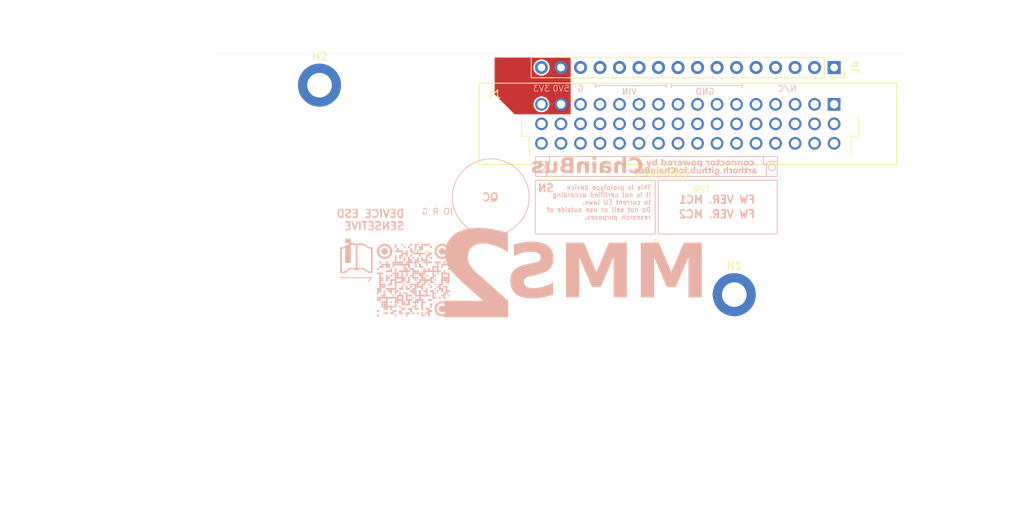
<source format=kicad_pcb>
(kicad_pcb (version 20241229) (generator "pcbnew") (generator_version "9.0")
  (layers (0 "F.Cu" signal) (4 "In1.Cu" signal) (6 "In2.Cu" signal) (2 "B.Cu" signal) (13 "F.Paste" user) (15 "B.Paste" user) (5 "F.SilkS" user "F.Silkscreen") (7 "B.SilkS" user "B.Silkscreen") (1 "F.Mask" user) (3 "B.Mask" user) (25 "Edge.Cuts" user))
  (property "SHEETTOTAL" "5")
  (net 0 "")
  (net 1 "GND")
  (net 2 "+3V3")
  (net 3 "+5V")
  (net 4 "/Interboard_connector/Altmode6")
  (net 5 "/Interboard_connector/Altmode3")
  (net 6 "/Interboard_connector/Altmode16")
  (net 7 "/Interboard_connector/Altmode14")
  (net 8 "/Interboard_connector/Altmode12")
  (net 9 "/Interboard_connector/Altmode10")
  (net 10 "/Interboard_connector/Altmode7")
  (net 11 "/Interboard_connector/Altmode2")
  (net 12 "/Interboard_connector/Altmode4")
  (net 13 "/Interboard_connector/Altmode13")
  (net 14 "/Interboard_connector/Altmode11")
  (net 15 "/Interboard_connector/Altmode8")
  (net 16 "/Interboard_connector/Altmode9")
  (net 17 "/Interboard_connector/Altmode1")
  (net 18 "/Interboard_connector/Altmode5")
  (net 19 "/Interboard_connector/Altmode15")
  (net 21 "BRD_VIN")
  (net 22 "/Interboard_connector/Chainbus.RX")
  (net 23 "/Interboard_connector/Chainbus.TX")
  (net 24 "/Interboard_connector/Chainbus.SCL")
  (net 25 "/Interboard_connector/Chainbus.SDA")
  (net 26 "/Interboard_connector/Chainbus_I2C_addr1")
  (net 27 "/Interboard_connector/Chainbus.MOSI")
  (net 28 "/Interboard_connector/Chainbus_UART_addr2")
  (net 29 "/Interboard_connector/Chainbus.MISO")
  (net 30 "/Interboard_connector/Chainbus_SPI_CS2")
  (net 31 "/Interboard_connector/Chainbus_UART_addr1")
  (net 32 "/Interboard_connector/Chainbus_SPI_CS1")
  (net 33 "/Interboard_connector/Chainbus_SPI_CS0")
  (net 34 "/Interboard_connector/Chainbus.SCK")
  (net 35 "/Interboard_connector/Chainbus_I2C_addr0")
  (net 36 "/Interboard_connector/Chainbus_I2C_addr2")
  (net 37 "/Interboard_connector/Chainbus_UART_addr0")
  (footprint "MountingHole:MountingHole_3.2mm_M3_DIN965_Pad" (layer "F.Cu") (at 148 119.4)
    (property "Reference" "H1" (at 0 -3.75 0) (layer "F.SilkS"))
    (property "Value" "M3 mount")
    (pad "1" thru_hole circle (at 0 0) (size 5.6 5.6) (drill 3.2) (layers "*.Cu" "*.Mask") (net 1 "GND") (clearance 0.5))
  )
  (footprint "MountingHole:MountingHole_3.2mm_M3_DIN965_Pad" (layer "F.Cu") (at 94 92.1)
    (property "Reference" "H2" (at 0 -3.75 0) (layer "F.SilkS"))
    (property "Value" "M3 mount")
    (pad "1" thru_hole circle (at 0 0) (size 5.6 5.6) (drill 3.2) (layers "*.Cu" "*.Mask"))
  )
  (footprint "Library:AMPHENOL_86093488324755V1LF" (layer "F.Cu") (at 141.95 97.14)
    (property "Reference" "J1" (at -25.15 -3.86 0) (layer "F.SilkS"))
    (property "Value" "86093488324755V1LF")
    (pad "" np_thru_hole circle (at -25 -0.3) (size 2.9 2.9) (drill 2.9) (layers "*.Cu" "*.Mask"))
    (pad "" np_thru_hole circle (at 25 -0.3) (size 2.9 2.9) (drill 2.9) (layers "*.Cu" "*.Mask"))
    (pad "A1" thru_hole rect (at 19.05 -2.54) (size 1.65 1.65) (drill 1.1) (layers "*.Cu" "*.Mask"))
    (pad "A2" thru_hole circle (at 16.51 -2.54) (size 1.65 1.65) (drill 1.1) (layers "*.Cu" "*.Mask"))
    (pad "A3" thru_hole circle (at 13.97 -2.54) (size 1.65 1.65) (drill 1.1) (layers "*.Cu" "*.Mask"))
    (pad "A4" thru_hole circle (at 11.43 -2.54) (size 1.65 1.65) (drill 1.1) (layers "*.Cu" "*.Mask"))
    (pad "A5" thru_hole circle (at 8.89 -2.54) (size 1.65 1.65) (drill 1.1) (layers "*.Cu" "*.Mask"))
    (pad "A6" thru_hole circle (at 6.35 -2.54) (size 1.65 1.65) (drill 1.1) (layers "*.Cu" "*.Mask") (net 1 "GND"))
    (pad "A7" thru_hole circle (at 3.81 -2.54) (size 1.65 1.65) (drill 1.1) (layers "*.Cu" "*.Mask") (net 1 "GND"))
    (pad "A8" thru_hole circle (at 1.27 -2.54) (size 1.65 1.65) (drill 1.1) (layers "*.Cu" "*.Mask") (net 1 "GND"))
    (pad "A9" thru_hole circle (at -1.27 -2.54) (size 1.65 1.65) (drill 1.1) (layers "*.Cu" "*.Mask") (net 1 "GND"))
    (pad "A10" thru_hole circle (at -3.81 -2.54) (size 1.65 1.65) (drill 1.1) (layers "*.Cu" "*.Mask") (net 21 "BRD_VIN"))
    (pad "A11" thru_hole circle (at -6.35 -2.54) (size 1.65 1.65) (drill 1.1) (layers "*.Cu" "*.Mask") (net 21 "BRD_VIN"))
    (pad "A12" thru_hole circle (at -8.89 -2.54) (size 1.65 1.65) (drill 1.1) (layers "*.Cu" "*.Mask") (net 21 "BRD_VIN"))
    (pad "A13" thru_hole circle (at -11.43 -2.54) (size 1.65 1.65) (drill 1.1) (layers "*.Cu" "*.Mask") (net 21 "BRD_VIN"))
    (pad "A14" thru_hole circle (at -13.97 -2.54) (size 1.65 1.65) (drill 1.1) (layers "*.Cu" "*.Mask") (net 1 "GND"))
    (pad "A15" thru_hole circle (at -16.51 -2.54) (size 1.65 1.65) (drill 1.1) (layers "*.Cu" "*.Mask") (net 3 "+5V"))
    (pad "A16" thru_hole circle (at -19.05 -2.54) (size 1.65 1.65) (drill 1.1) (layers "*.Cu" "*.Mask") (net 2 "+3V3"))
    (pad "B1" thru_hole circle (at 19.05 0) (size 1.65 1.65) (drill 1.1) (layers "*.Cu" "*.Mask") (net 22 "/Interboard_connector/Chainbus.RX"))
    (pad "B2" thru_hole circle (at 16.51 0) (size 1.65 1.65) (drill 1.1) (layers "*.Cu" "*.Mask") (net 23 "/Interboard_connector/Chainbus.TX"))
    (pad "B3" thru_hole circle (at 13.97 0) (size 1.65 1.65) (drill 1.1) (layers "*.Cu" "*.Mask") (net 37 "/Interboard_connector/Chainbus_UART_addr0"))
    (pad "B4" thru_hole circle (at 11.43 0) (size 1.65 1.65) (drill 1.1) (layers "*.Cu" "*.Mask") (net 31 "/Interboard_connector/Chainbus_UART_addr1"))
    (pad "B5" thru_hole circle (at 8.89 0) (size 1.65 1.65) (drill 1.1) (layers "*.Cu" "*.Mask") (net 28 "/Interboard_connector/Chainbus_UART_addr2"))
    (pad "B6" thru_hole circle (at 6.35 0) (size 1.65 1.65) (drill 1.1) (layers "*.Cu" "*.Mask") (net 29 "/Interboard_connector/Chainbus.MISO"))
    (pad "B7" thru_hole circle (at 3.81 0) (size 1.65 1.65) (drill 1.1) (layers "*.Cu" "*.Mask") (net 27 "/Interboard_connector/Chainbus.MOSI"))
    (pad "B8" thru_hole circle (at 1.27 0) (size 1.65 1.65) (drill 1.1) (layers "*.Cu" "*.Mask") (net 34 "/Interboard_connector/Chainbus.SCK"))
    (pad "B9" thru_hole circle (at -1.27 0) (size 1.65 1.65) (drill 1.1) (layers "*.Cu" "*.Mask") (net 35 "/Interboard_connector/Chainbus_I2C_addr0"))
    (pad "B10" thru_hole circle (at -3.81 0) (size 1.65 1.65) (drill 1.1) (layers "*.Cu" "*.Mask") (net 26 "/Interboard_connector/Chainbus_I2C_addr1"))
    (pad "B11" thru_hole circle (at -6.35 0) (size 1.65 1.65) (drill 1.1) (layers "*.Cu" "*.Mask") (net 36 "/Interboard_connector/Chainbus_I2C_addr2"))
    (pad "B12" thru_hole circle (at -8.89 0) (size 1.65 1.65) (drill 1.1) (layers "*.Cu" "*.Mask") (net 33 "/Interboard_connector/Chainbus_SPI_CS0"))
    (pad "B13" thru_hole circle (at -11.43 0) (size 1.65 1.65) (drill 1.1) (layers "*.Cu" "*.Mask") (net 32 "/Interboard_connector/Chainbus_SPI_CS1"))
    (pad "B14" thru_hole circle (at -13.97 0) (size 1.65 1.65) (drill 1.1) (layers "*.Cu" "*.Mask") (net 30 "/Interboard_connector/Chainbus_SPI_CS2"))
    (pad "B15" thru_hole circle (at -16.51 0) (size 1.65 1.65) (drill 1.1) (layers "*.Cu" "*.Mask") (net 24 "/Interboard_connector/Chainbus.SCL"))
    (pad "B16" thru_hole circle (at -19.05 0) (size 1.65 1.65) (drill 1.1) (layers "*.Cu" "*.Mask") (net 25 "/Interboard_connector/Chainbus.SDA"))
    (pad "C1" thru_hole circle (at 19.05 2.54) (size 1.65 1.65) (drill 1.1) (layers "*.Cu" "*.Mask") (net 17 "/Interboard_connector/Altmode1"))
    (pad "C2" thru_hole circle (at 16.51 2.54) (size 1.65 1.65) (drill 1.1) (layers "*.Cu" "*.Mask") (net 11 "/Interboard_connector/Altmode2"))
    (pad "C3" thru_hole circle (at 13.97 2.54) (size 1.65 1.65) (drill 1.1) (layers "*.Cu" "*.Mask") (net 5 "/Interboard_connector/Altmode3"))
    (pad "C4" thru_hole circle (at 11.43 2.54) (size 1.65 1.65) (drill 1.1) (layers "*.Cu" "*.Mask") (net 12 "/Interboard_connector/Altmode4"))
    (pad "C5" thru_hole circle (at 8.89 2.54) (size 1.65 1.65) (drill 1.1) (layers "*.Cu" "*.Mask") (net 18 "/Interboard_connector/Altmode5"))
    (pad "C6" thru_hole circle (at 6.35 2.54) (size 1.65 1.65) (drill 1.1) (layers "*.Cu" "*.Mask") (net 4 "/Interboard_connector/Altmode6"))
    (pad "C7" thru_hole circle (at 3.81 2.54) (size 1.65 1.65) (drill 1.1) (layers "*.Cu" "*.Mask") (net 14 "/Interboard_connector/Altmode11"))
    (pad "C8" thru_hole circle (at 1.27 2.54) (size 1.65 1.65) (drill 1.1) (layers "*.Cu" "*.Mask") (net 8 "/Interboard_connector/Altmode12"))
    (pad "C9" thru_hole circle (at -1.27 2.54) (size 1.65 1.65) (drill 1.1) (layers "*.Cu" "*.Mask") (net 13 "/Interboard_connector/Altmode13"))
    (pad "C10" thru_hole circle (at -3.81 2.54) (size 1.65 1.65) (drill 1.1) (layers "*.Cu" "*.Mask") (net 7 "/Interboard_connector/Altmode14"))
    (pad "C11" thru_hole circle (at -6.35 2.54) (size 1.65 1.65) (drill 1.1) (layers "*.Cu" "*.Mask") (net 19 "/Interboard_connector/Altmode15"))
    (pad "C12" thru_hole circle (at -8.89 2.54) (size 1.65 1.65) (drill 1.1) (layers "*.Cu" "*.Mask") (net 10 "/Interboard_connector/Altmode7"))
    (pad "C13" thru_hole circle (at -11.43 2.54) (size 1.65 1.65) (drill 1.1) (layers "*.Cu" "*.Mask") (net 15 "/Interboard_connector/Altmode8"))
    (pad "C14" thru_hole circle (at -13.97 2.54) (size 1.65 1.65) (drill 1.1) (layers "*.Cu" "*.Mask") (net 16 "/Interboard_connector/Altmode9"))
    (pad "C15" thru_hole circle (at -16.51 2.54) (size 1.65 1.65) (drill 1.1) (layers "*.Cu" "*.Mask") (net 9 "/Interboard_connector/Altmode10"))
    (pad "C16" thru_hole circle (at -19.05 2.54) (size 1.65 1.65) (drill 1.1) (layers "*.Cu" "*.Mask") (net 6 "/Interboard_connector/Altmode16"))
  )
  (footprint "Connector_PinSocket_2.54mm:PinSocket_1x16_P2.54mm_Vertical" (layer "F.Cu") (at 161 89.8 -90)
    (property "Reference" "J4" (at 0 -2.77 90) (layer "F.SilkS"))
    (property "Value" "Conn_01x16_Socket")
    (pad "1" thru_hole rect (at 0 0 270) (size 1.7 1.7) (drill 1) (layers "*.Cu" "*.Mask"))
    (pad "2" thru_hole circle (at 0 2.54 270) (size 1.7 1.7) (drill 1) (layers "*.Cu" "*.Mask"))
    (pad "3" thru_hole circle (at 0 5.08 270) (size 1.7 1.7) (drill 1) (layers "*.Cu" "*.Mask"))
    (pad "4" thru_hole circle (at 0 7.62 270) (size 1.7 1.7) (drill 1) (layers "*.Cu" "*.Mask"))
    (pad "5" thru_hole circle (at 0 10.16 270) (size 1.7 1.7) (drill 1) (layers "*.Cu" "*.Mask"))
    (pad "6" thru_hole circle (at 0 12.7 270) (size 1.7 1.7) (drill 1) (layers "*.Cu" "*.Mask") (net 1 "GND"))
    (pad "7" thru_hole circle (at 0 15.24 270) (size 1.7 1.7) (drill 1) (layers "*.Cu" "*.Mask") (net 1 "GND"))
    (pad "8" thru_hole circle (at 0 17.78 270) (size 1.7 1.7) (drill 1) (layers "*.Cu" "*.Mask") (net 1 "GND"))
    (pad "9" thru_hole circle (at 0 20.32 270) (size 1.7 1.7) (drill 1) (layers "*.Cu" "*.Mask") (net 1 "GND"))
    (pad "10" thru_hole circle (at 0 22.86 270) (size 1.7 1.7) (drill 1) (layers "*.Cu" "*.Mask") (net 21 "BRD_VIN"))
    (pad "11" thru_hole circle (at 0 25.4 270) (size 1.7 1.7) (drill 1) (layers "*.Cu" "*.Mask") (net 21 "BRD_VIN"))
    (pad "12" thru_hole circle (at 0 27.94 270) (size 1.7 1.7) (drill 1) (layers "*.Cu" "*.Mask") (net 21 "BRD_VIN"))
    (pad "13" thru_hole circle (at 0 30.48 270) (size 1.7 1.7) (drill 1) (layers "*.Cu" "*.Mask") (net 21 "BRD_VIN"))
    (pad "14" thru_hole circle (at 0 33.02 270) (size 1.7 1.7) (drill 1) (layers "*.Cu" "*.Mask") (net 1 "GND"))
    (pad "15" thru_hole circle (at 0 35.56 270) (size 1.7 1.7) (drill 1) (layers "*.Cu" "*.Mask") (net 3 "+5V"))
    (pad "16" thru_hole circle (at 0 38.1 270) (size 1.7 1.7) (drill 1) (layers "*.Cu" "*.Mask") (net 2 "+3V3"))
  )
  (footprint "QRcode:QR" (layer "B.Cu") (at 106.25 117.55 180)
    (property "Reference" "G***" (hide yes))
    (property "Value" "LOGO" (hide yes))
  )
  (gr_line (start 120.3 98.75) (end 121.3 98.75) (stroke (width 0.1)) (layer "F.SilkS"))
  (gr_circle (center 137.9 112.4) (end 138.1 112.6) (stroke (width 0.1)) (fill no) (layer "F.SilkS"))
  (gr_line (start 121.3 98.75) (end 121.3 101.25) (stroke (width 0.1)) (layer "F.SilkS"))
  (gr_line (start 120.3 96.2) (end 120.3 98.75) (stroke (width 0.1)) (layer "F.SilkS"))
  (gr_line (start 163.2 98.75) (end 163.2 101.25) (stroke (width 0.1)) (layer "F.SilkS"))
  (gr_line (start 164.2 98.75) (end 163.2 98.75) (stroke (width 0.1)) (layer "F.SilkS"))
  (gr_line (start 164.2 96.15) (end 164.2 98.75) (stroke (width 0.1)) (layer "F.SilkS"))
  (gr_arc (start 98.835533 112.942265) (mid 99.377443 112.802892) (end 99.91184 112.968758) (stroke (width 0.2)) (layer "B.SilkS"))
  (gr_arc (start 97.700162 112.95451) (mid 98.247277 112.779868) (end 98.803869 112.92143) (stroke (width 0.2)) (layer "B.SilkS"))
  (gr_arc (start 98.818643 116.130292) (mid 99.375235 115.98873) (end 99.92235 116.163372) (stroke (width 0.2)) (layer "B.SilkS"))
  (gr_line (start 96.7 117.2) (end 100.8 117.2) (stroke (width 0.1)) (layer "B.SilkS"))
  (gr_line (start 129.95 92.15) (end 139.15 92.15) (stroke (width 0.1)) (layer "B.SilkS"))
  (gr_rect (start 138.1 104.5) (end 153.6 111.5) (stroke (width 0.1)) (fill no) (layer "B.SilkS"))
  (gr_line (start 139.85 92.375) (end 139.85 91.925) (stroke (width 0.1)) (layer "B.SilkS"))
  (gr_line (start 123.95 101.4) (end 123.95 102.4) (stroke (width 0.1)) (layer "B.SilkS"))
  (gr_line (start 151.8 101.4) (end 123.95 101.4) (stroke (width 0.1)) (layer "B.SilkS"))
  (gr_line (start 123.55 104) (end 153.6 104) (stroke (width 0.1)) (layer "B.SilkS"))
  (gr_line (start 151.8 101.4) (end 153.6 101.4) (stroke (width 0.1)) (layer "B.SilkS"))
  (gr_line (start 122.15 102.05) (end 123.25 102.05) (stroke (width 0.1)) (layer "B.SilkS"))
  (gr_line (start 153.6 102.05) (end 152.5 102.05) (stroke (width 0.1)) (layer "B.SilkS"))
  (gr_line (start 98.818643 116.130292) (end 98.835533 112.942265) (stroke (width 0.2)) (layer "B.SilkS"))
  (gr_line (start 123.25 102.05) (end 123.55 102.35) (stroke (width 0.1)) (layer "B.SilkS"))
  (gr_arc (start 97.710684 112.954323) (mid 97.294524 113.222109) (end 96.807503 113.309913) (stroke (width 0.2)) (layer "B.SilkS"))
  (gr_line (start 152.5 102.05) (end 152.2 102.35) (stroke (width 0.1)) (layer "B.SilkS"))
  (gr_line (start 123.55 102.4) (end 123.55 104) (stroke (width 0.1)) (layer "B.SilkS"))
  (gr_arc (start 100.799843 116.511291) (mid 100.323814 116.421062) (end 99.917156 116.157673) (stroke (width 0.2)) (layer "B.SilkS"))
  (gr_arc (start 100.810469 113.327828) (mid 100.325851 113.236646) (end 99.91184 112.968758) (stroke (width 0.2)) (layer "B.SilkS"))
  (gr_line (start 122.15 103.5) (end 123.25 103.5) (stroke (width 0.1)) (layer "B.SilkS"))
  (gr_line (start 129.95 92.375) (end 129.95 91.925) (stroke (width 0.1)) (layer "B.SilkS"))
  (gr_line (start 123.25 103.5) (end 123.55 103.2) (stroke (width 0.1)) (layer "B.SilkS"))
  (gr_line (start 149.05 92.375) (end 149.05 91.925) (stroke (width 0.1)) (layer "B.SilkS"))
  (gr_arc (start 97.741646 116.16503) (mid 97.305168 116.440745) (end 96.794951 116.519546) (stroke (width 0.2)) (layer "B.SilkS"))
  (gr_line (start 122.15 104) (end 122.15 101.4) (stroke (width 0.1)) (layer "B.SilkS"))
  (gr_line (start 100.8 117.2) (end 100.35 117.65) (stroke (width 0.1)) (layer "B.SilkS"))
  (gr_line (start 152.2 102.4) (end 152.2 104) (stroke (width 0.1)) (layer "B.SilkS"))
  (gr_arc (start 97.730085 116.164142) (mid 98.2772 115.9895) (end 98.833792 116.131062) (stroke (width 0.2)) (layer "B.SilkS"))
  (gr_circle (center 122.85 102.8) (end 122.45 102.6) (stroke (width 0.1)) (fill no) (layer "B.SilkS"))
  (gr_line (start 100.799843 116.511291) (end 100.810469 113.327828) (stroke (width 0.2)) (layer "B.SilkS"))
  (gr_line (start 123.55 104) (end 122.15 104) (stroke (width 0.1)) (layer "B.SilkS"))
  (gr_line (start 96.794951 116.520139) (end 96.807503 113.309913) (stroke (width 0.2)) (layer "B.SilkS"))
  (gr_line (start 151.8 101.4) (end 151.8 102.4) (stroke (width 0.1)) (layer "B.SilkS"))
  (gr_line (start 139.85 92.15) (end 149.05 92.15) (stroke (width 0.1)) (layer "B.SilkS"))
  (gr_rect (start 122.1 104.5) (end 137.7 111.5) (stroke (width 0.1)) (fill no) (layer "B.SilkS"))
  (gr_line (start 151.8 102.4) (end 152.2 102.4) (stroke (width 0.1)) (layer "B.SilkS"))
  (gr_line (start 123.95 101.4) (end 122.15 101.4) (stroke (width 0.1)) (layer "B.SilkS"))
  (gr_line (start 153.6 104) (end 153.6 101.4) (stroke (width 0.1)) (layer "B.SilkS"))
  (gr_line (start 139.15 92.375) (end 139.15 91.925) (stroke (width 0.1)) (layer "B.SilkS"))
  (gr_line (start 123.95 102.4) (end 123.55 102.4) (stroke (width 0.1)) (layer "B.SilkS"))
  (gr_circle (center 116.3 106.7) (end 121.3 106.7) (stroke (width 0.1)) (fill no) (layer "B.SilkS"))
  (gr_circle (center 152.9 102.8) (end 153.3 102.6) (stroke (width 0.1)) (fill no) (layer "B.SilkS"))
  (gr_rect (start 80 88) (end 170 138) (stroke (width 0.01)) (fill no) (layer "Edge.Cuts"))
  (gr_text "RST" (at 142.6 106.2 0) (layer "F.SilkS") (effects (font (size 0.8 0.8) (thickness 0.1)) (justify left bottom)))
  (gr_text "ChainBUS" (at 134.825 104.15 0) (layer "F.SilkS") (effects (font (size 1 1) (thickness 0.2) (bold yes) (italic yes)) (justify left bottom)))
  (gr_text "QC" (at 117.4 107.3 0) (layer "B.SilkS") (effects (font (size 1 1) (thickness 0.2) (bold yes)) (justify left bottom mirror)))
  (gr_text "G" (at 128.45 93 0) (layer "B.SilkS") (effects (font (size 0.8 0.8) (thickness 0.1)) (justify left bottom mirror)))
  (gr_text "connector powered by" (at 150.6 102.7 -0) (layer "B.SilkS") (effects (font (size 0.8 0.8) (thickness 0.15) (bold yes) (italic yes)) (justify left bottom mirror)))
  (gr_text "FW VER. MC2\n" (at 150.8 109.5 0) (layer "B.SilkS") (effects (font (size 1 1) (thickness 0.2) (bold yes)) (justify left bottom mirror)))
  (gr_text "GND" (at 145.5 93.4 0) (layer "B.SilkS") (effects (font (size 0.8 0.8) (thickness 0.1)) (justify left bottom mirror)))
  (gr_text "IO R G" (at 111.415 109.05 0) (layer "B.SilkS") (effects (font (size 0.8 0.8) (thickness 0.1)) (justify left bottom mirror)))
  (gr_text "MMS" (at 144.675 120.95 0) (layer "B.SilkS") (effects (font (size 7 7) (thickness 0.3)) (justify left bottom mirror)))
  (gr_text "5V0" (at 126.614762 93 0) (layer "B.SilkS") (effects (font (size 0.8 0.8) (thickness 0.1)) (justify left bottom mirror)))
  (gr_text "FW VER. MC1" (at 150.8 107.6 0) (layer "B.SilkS") (effects (font (size 1 1) (thickness 0.2) (bold yes)) (justify left bottom mirror)))
  (gr_text "VIN" (at 135.35 93.4 0) (layer "B.SilkS") (effects (font (size 0.8 0.8) (thickness 0.1)) (justify left bottom mirror)))
  (gr_text "This is prototype device\nIt is not certified according\nto current EU laws.\nDo not sell or use outside of\nresearch purposes." (at 137.2 109.65 0) (layer "B.SilkS") (effects (font (size 0.6 0.6) (thickness 0.1)) (justify left bottom mirror)))
  (gr_text "ChainBus" (at 136.2 103.9 -0) (layer "B.SilkS") (effects (font (size 2 2) (thickness 0.3) (bold yes)) (justify left bottom mirror)))
  (gr_text "2" (at 119.8 124.25 0) (layer "B.SilkS") (effects (font (size 11.2 11.2) (thickness 0.3) (bold yes)) (justify left bottom mirror)))
  (gr_text "DEVICE ESD \nSENSETIVE" (at 105.15 111.05 0) (layer "B.SilkS") (effects (font (size 1 1) (thickness 0.2) (bold yes)) (justify left bottom mirror)))
  (gr_text "3V3" (at 124.074762 93 0) (layer "B.SilkS") (effects (font (size 0.8 0.8) (thickness 0.1)) (justify left bottom mirror)))
  (gr_text "i" (at 98.426979 115.789038 0) (layer "B.SilkS") (effects (font (size 3 3) (thickness 0.4) (bold yes)) (justify left bottom mirror)))
  (gr_text "arthorh.github.io/ChainBus" (at 150.986371 103.739177 -0) (layer "B.SilkS") (effects (font (size 0.8 0.75) (thickness 0.15) (bold yes) (italic yes)) (justify left bottom mirror)))
  (gr_text "SN" (at 124.6 106.1 0) (layer "B.SilkS") (effects (font (size 1 1) (thickness 0.2) (bold yes)) (justify left bottom mirror)))
  (gr_text "N/C" (at 156.2 93 0) (layer "B.SilkS") (effects (font (size 0.8 0.8) (thickness 0.1)) (justify left bottom mirror)))
  (zone (net 3) (net_name "+5V") (layer "F.Cu") (priority 23) (connect_pads yes (clearance 0.2)) (min_thickness 0.25) (fill yes (thermal_gap 0.5) (thermal_bridge_width 0.5))
    (polygon (pts (xy 126.7 88) (xy 126.7 95.9) (xy 119.4 95.9) (xy 116.8 93.3) (xy 116.8 88)))
  )
)
</source>
